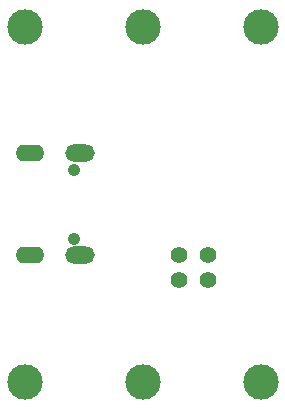
<source format=gbr>
%TF.GenerationSoftware,KiCad,Pcbnew,7.0.7-7.0.7~ubuntu23.04.1*%
%TF.CreationDate,2023-09-26T23:16:17+00:00*%
%TF.ProjectId,TFUSBSERIAL01,54465553-4253-4455-9249-414c30312e6b,REV*%
%TF.SameCoordinates,Original*%
%TF.FileFunction,Soldermask,Top*%
%TF.FilePolarity,Negative*%
%FSLAX46Y46*%
G04 Gerber Fmt 4.6, Leading zero omitted, Abs format (unit mm)*
G04 Created by KiCad (PCBNEW 7.0.7-7.0.7~ubuntu23.04.1) date 2023-09-26 23:16:17*
%MOMM*%
%LPD*%
G01*
G04 APERTURE LIST*
%ADD10C,1.400000*%
%ADD11C,3.000000*%
%ADD12C,1.050000*%
%ADD13O,2.400000X1.400000*%
%ADD14O,2.500000X1.450000*%
G04 APERTURE END LIST*
D10*
%TO.C,TP3*%
X151200000Y-104600000D03*
%TD*%
%TO.C,TP1*%
X153600000Y-106700000D03*
%TD*%
D11*
%TO.C,M6*%
X148094000Y-85317000D03*
%TD*%
%TO.C,M2*%
X158094000Y-115317000D03*
%TD*%
D10*
%TO.C,TP4*%
X153600000Y-104600000D03*
%TD*%
D11*
%TO.C,M1*%
X138094000Y-115317000D03*
%TD*%
%TO.C,M5*%
X158094000Y-85317000D03*
%TD*%
%TO.C,M4*%
X148094000Y-115317000D03*
%TD*%
%TO.C,M3*%
X138094000Y-85317000D03*
%TD*%
D10*
%TO.C,TP2*%
X151200000Y-106700000D03*
%TD*%
D12*
%TO.C,J1*%
X142271200Y-103207000D03*
X142271200Y-97427000D03*
D13*
X138591200Y-104637000D03*
X138591200Y-95997000D03*
D14*
X142771200Y-104637000D03*
X142771200Y-95997000D03*
%TD*%
M02*

</source>
